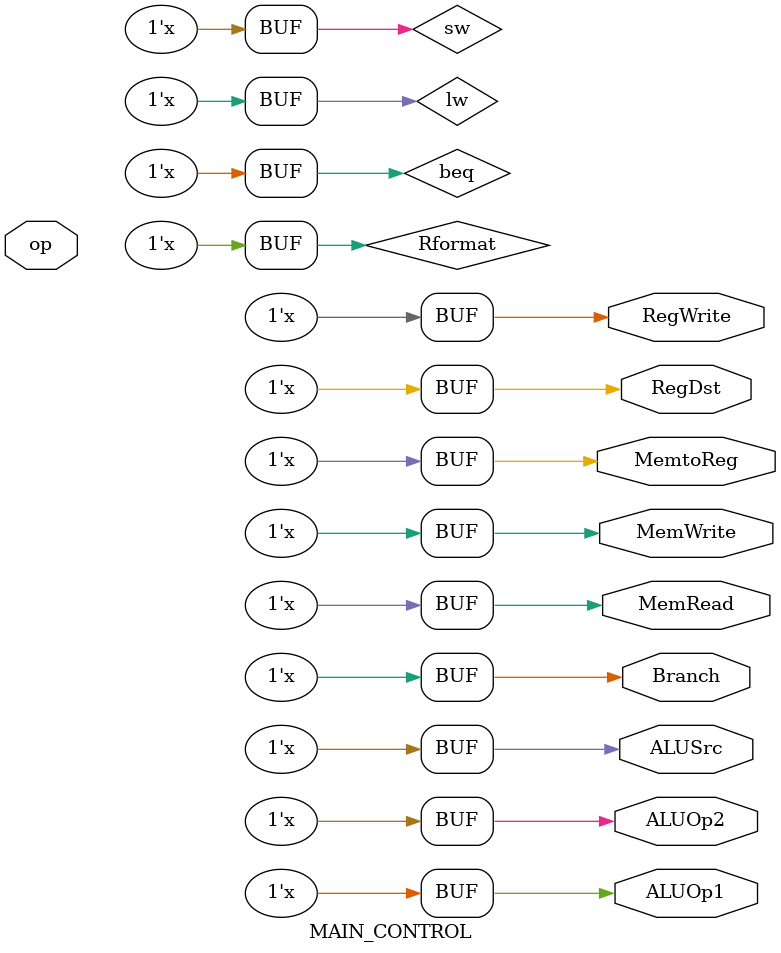
<source format=v>
module MAIN_CONTROL(op, 
RegDst,ALUSrc, MemtoReg, RegWrite,
MemRead, MemWrite,Branch,ALUOp1,ALUOp2
);

input [5: 0] op;
output RegDst, ALUSrc, MemtoReg, RegWrite;
output MemRead, MemWrite,Branch,ALUOp1,ALUOp2;

wire Rformat, lw, sw, beq;


assign Rformat= (~Op[0])& (~Op[1])& (~Op[2])& (~Op[3])&
(~Op[4])& (~Op[5]);

assign lw= (Op[0])& (Op[1])& (~Op[2])& (~Op[3])&
(~Op[4])& (Op[5]);

assign sw= (Op[0])& (Op[1])& (~Op[2])& (Op[3])&
(~Op[4])& (Op[5]);

assign beq= (~Op[0])& (~Op[1])& (Op[2])& (~Op[3])&
(~Op[4])& (~Op[5]);

assign RegDst = Rformat;
assign ALUSrc = lw | sw;
assign MemtoReg = lw;
assign RegWrite = Rformat | lw;
assign MemRead = lw;
assign MemWrite = sw;
assign Branch = beq;
assign ALUOp1 = Rformat;
assign ALUOp2 = beq;

endmodule
</source>
